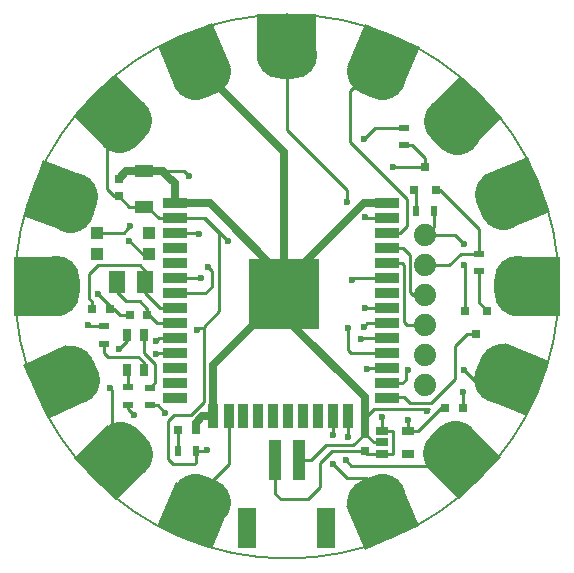
<source format=gbr>
G04 #@! TF.FileFunction,Copper,L1,Top,Signal*
%FSLAX46Y46*%
G04 Gerber Fmt 4.6, Leading zero omitted, Abs format (unit mm)*
G04 Created by KiCad (PCBNEW 4.0.4-stable) date 05/02/17 14:03:58*
%MOMM*%
%LPD*%
G01*
G04 APERTURE LIST*
%ADD10C,0.100000*%
%ADD11C,0.150000*%
%ADD12R,1.000760X1.000760*%
%ADD13C,0.800000*%
%ADD14R,2.000000X0.900000*%
%ADD15R,0.900000X2.000000*%
%ADD16R,6.000000X6.000000*%
%ADD17C,1.879600*%
%ADD18R,1.600000X1.000000*%
%ADD19R,0.750000X0.800000*%
%ADD20R,0.800000X0.750000*%
%ADD21R,0.797560X0.797560*%
%ADD22R,0.800100X0.800100*%
%ADD23R,0.900000X0.500000*%
%ADD24R,0.500000X0.900000*%
%ADD25R,1.060000X0.650000*%
%ADD26R,0.995680X3.497580*%
%ADD27R,0.998220X3.497580*%
%ADD28R,1.498600X3.398520*%
%ADD29R,1.498600X3.395980*%
%ADD30R,0.800000X1.000000*%
%ADD31R,1.400000X1.900000*%
%ADD32C,4.000000*%
%ADD33C,4.000000*%
%ADD34O,5.100000X4.000000*%
%ADD35O,4.000000X5.100000*%
%ADD36C,0.600000*%
%ADD37C,0.250000*%
%ADD38C,0.700000*%
G04 APERTURE END LIST*
D10*
D11*
X107358112Y-144526000D02*
G75*
G03X107358112Y-144526000I-23030112J0D01*
G01*
D12*
X68221500Y-140006500D03*
X72621500Y-141806500D03*
X68221500Y-141806500D03*
X72621500Y-140006500D03*
D13*
X81788000Y-147574000D03*
X86360000Y-147574000D03*
X85852000Y-145288000D03*
X84074000Y-143764000D03*
X86360000Y-143002000D03*
X84074000Y-145288000D03*
X82042000Y-145288000D03*
D14*
X74820000Y-137498000D03*
X74820000Y-138768000D03*
X74820000Y-140038000D03*
X74820000Y-141308000D03*
X74820000Y-142578000D03*
X74820000Y-143848000D03*
X74820000Y-145118000D03*
X74820000Y-146388000D03*
X74820000Y-147658000D03*
X74820000Y-148928000D03*
X74820000Y-150198000D03*
X74820000Y-151468000D03*
X74820000Y-152738000D03*
X74820000Y-154008000D03*
X92820000Y-137498000D03*
X92820000Y-154008000D03*
X92820000Y-152738000D03*
X92820000Y-151468000D03*
X92820000Y-150198000D03*
X92820000Y-148928000D03*
X92820000Y-147658000D03*
X92820000Y-146388000D03*
X92820000Y-145118000D03*
X92820000Y-143848000D03*
X92820000Y-142578000D03*
X92820000Y-141308000D03*
X92820000Y-140038000D03*
X92820000Y-138768000D03*
D15*
X78105000Y-155498000D03*
X79390000Y-155498000D03*
X80645000Y-155498000D03*
X81915000Y-155498000D03*
X83185000Y-155498000D03*
X84455000Y-155498000D03*
X85725000Y-155498000D03*
X86995000Y-155498000D03*
X88265000Y-155498000D03*
X89535000Y-155498000D03*
D16*
X84120000Y-145198000D03*
D13*
X81788000Y-143002000D03*
D17*
X96012000Y-152908000D03*
X96012000Y-150368000D03*
X96012000Y-147828000D03*
X96012000Y-145288000D03*
X96012000Y-142748000D03*
X96012000Y-140208000D03*
D18*
X72263000Y-137771000D03*
X72263000Y-134771000D03*
D19*
X70104000Y-136894000D03*
X70104000Y-135394000D03*
D20*
X67830000Y-146431000D03*
X69330000Y-146431000D03*
X72505000Y-146939000D03*
X71005000Y-146939000D03*
D19*
X90932000Y-158484000D03*
X90932000Y-156984000D03*
D20*
X97751200Y-154838400D03*
X99251200Y-154838400D03*
D21*
X75095100Y-156667200D03*
X76593700Y-156667200D03*
D22*
X95062000Y-136382760D03*
X96962000Y-136382760D03*
X96012000Y-134383780D03*
X101280000Y-146573240D03*
X99380000Y-146573240D03*
X100330000Y-148572220D03*
D23*
X94234000Y-131076000D03*
X94234000Y-132576000D03*
D24*
X75094400Y-158419800D03*
X76594400Y-158419800D03*
D23*
X70840600Y-154572400D03*
X70840600Y-153072400D03*
X68859400Y-147865400D03*
X68859400Y-149365400D03*
X72720200Y-154597800D03*
X72720200Y-153097800D03*
D24*
X95262000Y-138176000D03*
X96762000Y-138176000D03*
D23*
X100584000Y-143244000D03*
X100584000Y-141744000D03*
D25*
X92372000Y-156784000D03*
X92372000Y-157734000D03*
X92372000Y-158684000D03*
X94572000Y-158684000D03*
X94572000Y-156784000D03*
D26*
X83327240Y-159258000D03*
D27*
X85328760Y-159258000D03*
D28*
X80982820Y-165006020D03*
D29*
X87675720Y-165006020D03*
D30*
X70788500Y-148664000D03*
X70788500Y-151564000D03*
X72213500Y-148664000D03*
X72213500Y-151564000D03*
D31*
X72320000Y-144145000D03*
X69920000Y-144145000D03*
D10*
G36*
X69769948Y-126537624D02*
X72598376Y-129366052D01*
X69062842Y-132901586D01*
X66234414Y-130073158D01*
X69769948Y-126537624D01*
X69769948Y-126537624D01*
G37*
D32*
X70882934Y-130408328D02*
X70105116Y-131186146D01*
D33*
X69878843Y-130176396D03*
D10*
G36*
X102570376Y-130221948D02*
X99741948Y-133050376D01*
X96206414Y-129514842D01*
X99034842Y-126686414D01*
X102570376Y-130221948D01*
X102570376Y-130221948D01*
G37*
D32*
X98699672Y-131334934D02*
X97921854Y-130557116D01*
D33*
X98931604Y-130330843D03*
D10*
G36*
X95558916Y-124258572D02*
X93995992Y-127940592D01*
X89393468Y-125986936D01*
X90956392Y-122304916D01*
X95558916Y-124258572D01*
X95558916Y-124258572D01*
G37*
D32*
X92386995Y-126740505D02*
X91374439Y-126310701D01*
D33*
X92225899Y-125722645D03*
D10*
G36*
X98886052Y-162514376D02*
X96057624Y-159685948D01*
X99593158Y-156150414D01*
X102421586Y-158978842D01*
X98886052Y-162514376D01*
X98886052Y-162514376D01*
G37*
D32*
X97773066Y-158643672D02*
X98550884Y-157865854D01*
D33*
X98777157Y-158875604D03*
D10*
G36*
X86828000Y-121444000D02*
X86828000Y-125444000D01*
X81828000Y-125444000D01*
X81828000Y-121444000D01*
X86828000Y-121444000D01*
X86828000Y-121444000D01*
G37*
D34*
X84327999Y-124968000D03*
D33*
X84332000Y-124094000D03*
D10*
G36*
X106581734Y-138239241D02*
X102872999Y-139737668D01*
X100999966Y-135101749D01*
X104708701Y-133603322D01*
X106581734Y-138239241D01*
X106581734Y-138239241D01*
G37*
D32*
X102583855Y-137751346D02*
X102171787Y-136731444D01*
D33*
X103189679Y-136917698D03*
D10*
G36*
X107410000Y-147026000D02*
X103410000Y-147026000D01*
X103410000Y-142026000D01*
X107410000Y-142026000D01*
X107410000Y-147026000D01*
X107410000Y-147026000D01*
G37*
D35*
X103886000Y-144525999D03*
D33*
X104760000Y-144530000D03*
D10*
G36*
X61246000Y-142026000D02*
X65246000Y-142026000D01*
X65246000Y-147026000D01*
X61246000Y-147026000D01*
X61246000Y-142026000D01*
X61246000Y-142026000D01*
G37*
D35*
X64770000Y-144526001D03*
D33*
X63896000Y-144522000D03*
D10*
G36*
X63658792Y-133857410D02*
X67417563Y-135225491D01*
X65707462Y-139923954D01*
X61948691Y-138555873D01*
X63658792Y-133857410D01*
X63658792Y-133857410D01*
G37*
D32*
X66303329Y-136895091D02*
X65927107Y-137928753D01*
D33*
X65295295Y-137109236D03*
D10*
G36*
X104645001Y-155485668D02*
X100936266Y-153987241D01*
X102809299Y-149351322D01*
X106518034Y-150849749D01*
X104645001Y-155485668D01*
X104645001Y-155485668D01*
G37*
D32*
X102108088Y-152357545D02*
X102520156Y-151337643D01*
D33*
X103122982Y-152178710D03*
D10*
G36*
X90916008Y-166802592D02*
X89353084Y-163120572D01*
X93955608Y-161166916D01*
X95518532Y-164848936D01*
X90916008Y-166802592D01*
X90916008Y-166802592D01*
G37*
D32*
X91334057Y-162796807D02*
X92346613Y-162367003D01*
D33*
X92178151Y-163387989D03*
D10*
G36*
X73351084Y-164793428D02*
X74914008Y-161111408D01*
X79516532Y-163065064D01*
X77953608Y-166747084D01*
X73351084Y-164793428D01*
X73351084Y-164793428D01*
G37*
D32*
X76523005Y-162311495D02*
X77535561Y-162741299D01*
D33*
X76684101Y-163329355D03*
D10*
G36*
X66339624Y-159084052D02*
X69168052Y-156255624D01*
X72703586Y-159791158D01*
X69875158Y-162619586D01*
X66339624Y-159084052D01*
X66339624Y-159084052D01*
G37*
D32*
X70210328Y-157971066D02*
X70988146Y-158748884D01*
D33*
X69978396Y-158975157D03*
D10*
G36*
X62008184Y-151209669D02*
X65633415Y-149519196D01*
X67746506Y-154050735D01*
X64121275Y-155741208D01*
X62008184Y-151209669D01*
X62008184Y-151209669D01*
G37*
D32*
X66026119Y-151487664D02*
X66490999Y-152484602D01*
D33*
X65464755Y-152351875D03*
D10*
G36*
X77993992Y-122249408D02*
X79556916Y-125931428D01*
X74954392Y-127885084D01*
X73391468Y-124203064D01*
X77993992Y-122249408D01*
X77993992Y-122249408D01*
G37*
D32*
X77575943Y-126255193D02*
X76563387Y-126684997D01*
D33*
X76731849Y-125664011D03*
D36*
X71056500Y-139446000D03*
X76073000Y-135191500D03*
X68326000Y-145161000D03*
X96164400Y-155092400D03*
X99237800Y-153441400D03*
X79375000Y-140716000D03*
X90868500Y-132016500D03*
X76682600Y-148183600D03*
X70104000Y-149860000D03*
X77546200Y-158369000D03*
X94564200Y-155829000D03*
X92354400Y-155575000D03*
X70993000Y-140652500D03*
X76885800Y-140081000D03*
X93319600Y-134391400D03*
X99314000Y-140970000D03*
X99314000Y-142748000D03*
X89306400Y-159258000D03*
X89535000Y-157251400D03*
X99364800Y-151638000D03*
X94589600Y-151638000D03*
X90576400Y-148971000D03*
X71374000Y-155448000D03*
X89484200Y-148031200D03*
X67513200Y-147751800D03*
X91084400Y-151485600D03*
X74041000Y-155219400D03*
X77063600Y-143840200D03*
X77622400Y-142849600D03*
X69342000Y-153085800D03*
X73279000Y-149148800D03*
X73279000Y-150266400D03*
X90881200Y-147929600D03*
X90957400Y-146380200D03*
X89865200Y-143941800D03*
X89408000Y-137414000D03*
X90932000Y-138684000D03*
X88214200Y-159588200D03*
X88239600Y-157073600D03*
D37*
X68221500Y-140006500D02*
X70496000Y-140006500D01*
X70813500Y-139689000D02*
X71056500Y-139446000D01*
X76073000Y-135191500D02*
X75652500Y-134771000D01*
X75652500Y-134771000D02*
X72263000Y-134771000D01*
X70496000Y-140006500D02*
X70813500Y-139689000D01*
X69330000Y-146431000D02*
X69330000Y-146165000D01*
X69330000Y-146165000D02*
X68326000Y-145161000D01*
X71005000Y-146939000D02*
X70231000Y-146939000D01*
X70231000Y-146939000D02*
X69723000Y-146431000D01*
X69723000Y-146431000D02*
X69330000Y-146431000D01*
D38*
X72263000Y-134771000D02*
X70727000Y-134771000D01*
X70727000Y-134771000D02*
X70104000Y-135394000D01*
X72263000Y-134771000D02*
X73811000Y-134771000D01*
X74192000Y-135152000D02*
X74820000Y-135780000D01*
X74820000Y-135780000D02*
X74820000Y-137498000D01*
X73811000Y-134771000D02*
X74192000Y-135152000D01*
D37*
X91744800Y-154889200D02*
X90932000Y-155702000D01*
X96367600Y-154889200D02*
X91744800Y-154889200D01*
X96164400Y-155092400D02*
X96367600Y-154889200D01*
D38*
X76593700Y-156667200D02*
X76593700Y-156070300D01*
X77166000Y-155498000D02*
X78105000Y-155498000D01*
X76593700Y-156070300D02*
X77166000Y-155498000D01*
D37*
X99251200Y-154838400D02*
X99251200Y-153454800D01*
X99251200Y-153454800D02*
X99237800Y-153441400D01*
D38*
X90932000Y-156984000D02*
X90932000Y-155702000D01*
X90932000Y-155702000D02*
X90932000Y-153924000D01*
X90932000Y-153924000D02*
X84120000Y-147112000D01*
X84120000Y-147112000D02*
X84120000Y-145198000D01*
X76474192Y-125067246D02*
X76474192Y-125496192D01*
X76474192Y-125496192D02*
X84120000Y-133142000D01*
X74820000Y-137498000D02*
X77808000Y-137498000D01*
X77808000Y-137498000D02*
X84120000Y-143810000D01*
X84120000Y-143810000D02*
X84120000Y-145198000D01*
X92820000Y-137498000D02*
X90848000Y-137498000D01*
X90848000Y-137498000D02*
X84120000Y-144226000D01*
X84120000Y-144226000D02*
X84120000Y-145198000D01*
X78105000Y-155498000D02*
X78105000Y-151213000D01*
X78105000Y-151213000D02*
X84120000Y-145198000D01*
D37*
X85328760Y-159258000D02*
X86360000Y-159258000D01*
X89928000Y-157988000D02*
X90932000Y-156984000D01*
X87630000Y-157988000D02*
X89928000Y-157988000D01*
X86360000Y-159258000D02*
X87630000Y-157988000D01*
X90932000Y-156984000D02*
X90944000Y-156984000D01*
X90944000Y-156984000D02*
X91694000Y-157734000D01*
X91694000Y-157734000D02*
X92372000Y-157734000D01*
X78105000Y-155498000D02*
X78105000Y-156337000D01*
D38*
X84120000Y-133142000D02*
X84120000Y-145198000D01*
D37*
X77427000Y-138768000D02*
X74820000Y-138768000D01*
X79375000Y-140716000D02*
X77427000Y-138768000D01*
X94234000Y-131076000D02*
X91809000Y-131076000D01*
X91809000Y-131076000D02*
X90868500Y-132016500D01*
X70104000Y-136894000D02*
X69711000Y-136894000D01*
X69088000Y-136144000D02*
X69088000Y-130048000D01*
X69088000Y-136271000D02*
X69088000Y-136144000D01*
X69711000Y-136894000D02*
X69088000Y-136271000D01*
X74820000Y-138768000D02*
X73490000Y-138768000D01*
X73490000Y-138768000D02*
X72493000Y-137771000D01*
X72493000Y-137771000D02*
X72263000Y-137771000D01*
X72263000Y-137771000D02*
X70981000Y-137771000D01*
X70981000Y-137771000D02*
X70104000Y-136894000D01*
X77292200Y-148082000D02*
X76784200Y-148082000D01*
X76682600Y-148183600D02*
X76784200Y-148082000D01*
X70788500Y-149175500D02*
X70788500Y-148664000D01*
X70104000Y-149860000D02*
X70788500Y-149175500D01*
X94572000Y-156784000D02*
X94572000Y-155836800D01*
X77495400Y-158419800D02*
X76594400Y-158419800D01*
X77546200Y-158369000D02*
X77495400Y-158419800D01*
X94572000Y-155836800D02*
X94564200Y-155829000D01*
X74820000Y-138768000D02*
X77325400Y-138768000D01*
X77292200Y-147929600D02*
X77292200Y-148082000D01*
X78587600Y-146634200D02*
X77292200Y-147929600D01*
X78587600Y-140030200D02*
X78587600Y-146634200D01*
X77325400Y-138768000D02*
X78587600Y-140030200D01*
X77292200Y-148082000D02*
X77292200Y-154305000D01*
X77292200Y-154305000D02*
X76174600Y-155422600D01*
X76174600Y-155422600D02*
X74803000Y-155422600D01*
X74803000Y-155422600D02*
X74269600Y-155956000D01*
X74269600Y-155956000D02*
X74269600Y-159156400D01*
X74269600Y-159156400D02*
X74676000Y-159562800D01*
X74676000Y-159562800D02*
X76504800Y-159562800D01*
X76504800Y-159562800D02*
X76594400Y-159473200D01*
X76594400Y-159473200D02*
X76594400Y-158419800D01*
X70104000Y-136894000D02*
X69838000Y-136894000D01*
X69088000Y-130048000D02*
X69416395Y-129719605D01*
X97751200Y-154838400D02*
X97383600Y-154838400D01*
X97383600Y-154838400D02*
X95438000Y-156784000D01*
X95438000Y-156784000D02*
X94572000Y-156784000D01*
X92372000Y-156784000D02*
X92372000Y-155592600D01*
X92372000Y-155592600D02*
X92354400Y-155575000D01*
X92372000Y-158684000D02*
X91132000Y-158684000D01*
X91132000Y-158684000D02*
X90932000Y-158484000D01*
X92372000Y-156784000D02*
X93284000Y-156784000D01*
X93284000Y-158684000D02*
X92372000Y-158684000D01*
X93345000Y-158623000D02*
X93284000Y-158684000D01*
X93345000Y-156845000D02*
X93345000Y-158623000D01*
X93284000Y-156784000D02*
X93345000Y-156845000D01*
X90932000Y-158484000D02*
X88150000Y-158484000D01*
X83327240Y-162067240D02*
X83327240Y-159258000D01*
X83820000Y-162560000D02*
X83327240Y-162067240D01*
X86106000Y-162560000D02*
X83820000Y-162560000D01*
X87122000Y-161544000D02*
X86106000Y-162560000D01*
X87122000Y-159512000D02*
X87122000Y-161544000D01*
X88150000Y-158484000D02*
X87122000Y-159512000D01*
X75094400Y-158419800D02*
X75094400Y-156667900D01*
X75094400Y-156667900D02*
X75095100Y-156667200D01*
X70993000Y-140652500D02*
X72147000Y-141806500D01*
X72147000Y-141806500D02*
X72621500Y-141806500D01*
X96012000Y-134383780D02*
X96012000Y-133667500D01*
X94920500Y-132576000D02*
X94234000Y-132576000D01*
X96012000Y-133667500D02*
X94920500Y-132576000D01*
X96012000Y-134383780D02*
X93327220Y-134383780D01*
X76842800Y-140038000D02*
X74820000Y-140038000D01*
X76885800Y-140081000D02*
X76842800Y-140038000D01*
X93327220Y-134383780D02*
X93319600Y-134391400D01*
X100330000Y-148572220D02*
X99585780Y-148572220D01*
X94234000Y-153924000D02*
X92904000Y-153924000D01*
X94742000Y-154432000D02*
X94234000Y-153924000D01*
X96520000Y-154432000D02*
X94742000Y-154432000D01*
X98552000Y-152400000D02*
X96520000Y-154432000D01*
X98552000Y-149606000D02*
X98552000Y-152400000D01*
X99585780Y-148572220D02*
X98552000Y-149606000D01*
X92904000Y-153924000D02*
X92820000Y-154008000D01*
X96012000Y-147828000D02*
X94488000Y-147828000D01*
X94064000Y-142578000D02*
X92820000Y-142578000D01*
X94234000Y-142748000D02*
X94064000Y-142578000D01*
X94234000Y-147574000D02*
X94234000Y-142748000D01*
X94488000Y-147828000D02*
X94234000Y-147574000D01*
X96012000Y-145288000D02*
X95014202Y-145288000D01*
X94191000Y-141308000D02*
X92820000Y-141308000D01*
X94716600Y-141833600D02*
X94191000Y-141308000D01*
X94716600Y-144990398D02*
X94716600Y-141833600D01*
X95014202Y-145288000D02*
X94716600Y-144990398D01*
X96708000Y-136382760D02*
X97266760Y-136382760D01*
X100584000Y-139700000D02*
X100584000Y-141744000D01*
X97266760Y-136382760D02*
X100584000Y-139700000D01*
X100584000Y-141744000D02*
X99048000Y-141744000D01*
X98044000Y-142748000D02*
X96012000Y-142748000D01*
X99048000Y-141744000D02*
X98044000Y-142748000D01*
X96762000Y-138176000D02*
X96762000Y-139458000D01*
X96762000Y-139458000D02*
X96012000Y-140208000D01*
X99380000Y-146573240D02*
X99380000Y-142814000D01*
X98552000Y-140208000D02*
X96012000Y-140208000D01*
X99314000Y-140970000D02*
X98552000Y-140208000D01*
X99380000Y-142814000D02*
X99314000Y-142748000D01*
X95262000Y-138176000D02*
X95262000Y-136582760D01*
X95262000Y-136582760D02*
X95062000Y-136382760D01*
X100584000Y-143244000D02*
X100584000Y-145877240D01*
X100584000Y-145877240D02*
X101280000Y-146573240D01*
X70840600Y-153072400D02*
X70840600Y-151616100D01*
X70840600Y-151616100D02*
X70788500Y-151564000D01*
X68859400Y-149365400D02*
X68859400Y-150139400D01*
X68859400Y-150139400D02*
X69215000Y-150495000D01*
X69215000Y-150495000D02*
X71755000Y-150495000D01*
X71755000Y-150495000D02*
X72213500Y-150953500D01*
X72213500Y-150953500D02*
X72213500Y-151564000D01*
X72213500Y-148664000D02*
X72213500Y-150191500D01*
X72213500Y-150191500D02*
X72390000Y-150368000D01*
X72720200Y-153097800D02*
X72720200Y-153085800D01*
X72720200Y-153085800D02*
X73152000Y-152654000D01*
X73152000Y-152654000D02*
X73152000Y-151130000D01*
X73152000Y-151130000D02*
X72390000Y-150368000D01*
X74820000Y-146388000D02*
X73617000Y-146388000D01*
X73617000Y-146388000D02*
X72320000Y-145091000D01*
X72320000Y-145091000D02*
X72320000Y-144145000D01*
X67830000Y-146431000D02*
X67830000Y-145808000D01*
X67564000Y-143510000D02*
X67830000Y-143244000D01*
X67564000Y-145542000D02*
X67564000Y-143510000D01*
X67830000Y-145808000D02*
X67564000Y-145542000D01*
X72320000Y-143186000D02*
X72320000Y-144145000D01*
X71882000Y-142748000D02*
X72320000Y-143186000D01*
X68326000Y-142748000D02*
X71882000Y-142748000D01*
X67830000Y-143244000D02*
X68326000Y-142748000D01*
X72505000Y-146939000D02*
X72505000Y-146419000D01*
X70739000Y-145796000D02*
X69920000Y-144977000D01*
X71882000Y-145796000D02*
X70739000Y-145796000D01*
X72505000Y-146419000D02*
X71882000Y-145796000D01*
X69920000Y-144977000D02*
X69920000Y-144145000D01*
X74820000Y-147658000D02*
X73363000Y-147658000D01*
X73363000Y-147658000D02*
X72644000Y-146939000D01*
X72644000Y-146939000D02*
X72505000Y-146939000D01*
X69469000Y-144627600D02*
X69469000Y-144514000D01*
X79390000Y-155498000D02*
X79390000Y-159573200D01*
X79390000Y-159573200D02*
X77029282Y-161933918D01*
X77029282Y-161933918D02*
X77029282Y-162526396D01*
X77029282Y-162526396D02*
X76433808Y-163929246D01*
X89535000Y-155498000D02*
X89535000Y-157251400D01*
X89763600Y-159715200D02*
X98856800Y-159715200D01*
X89306400Y-159258000D02*
X89763600Y-159715200D01*
X98856800Y-159715200D02*
X99239605Y-159332395D01*
X103727150Y-152418495D02*
X100145295Y-152418495D01*
X100145295Y-152418495D02*
X99364800Y-151638000D01*
X94589600Y-151638000D02*
X94411800Y-151815800D01*
X94411800Y-151815800D02*
X94411800Y-152425400D01*
X94411800Y-152425400D02*
X94099200Y-152738000D01*
X94099200Y-152738000D02*
X92820000Y-152738000D01*
X70840600Y-154572400D02*
X70840600Y-154914600D01*
X90619400Y-148928000D02*
X92820000Y-148928000D01*
X90576400Y-148971000D02*
X90619400Y-148928000D01*
X70840600Y-154914600D02*
X71374000Y-155448000D01*
X68859400Y-147865400D02*
X67626800Y-147865400D01*
X89746000Y-150198000D02*
X92820000Y-150198000D01*
X89484200Y-149936200D02*
X89746000Y-150198000D01*
X89484200Y-148031200D02*
X89484200Y-149936200D01*
X67626800Y-147865400D02*
X67513200Y-147751800D01*
X72720200Y-154597800D02*
X73419400Y-154597800D01*
X91102000Y-151468000D02*
X92820000Y-151468000D01*
X91084400Y-151485600D02*
X91102000Y-151468000D01*
X73419400Y-154597800D02*
X74041000Y-155219400D01*
X77055800Y-143848000D02*
X74820000Y-143848000D01*
X77063600Y-143840200D02*
X77055800Y-143848000D01*
X77622400Y-142849600D02*
X78003400Y-143230600D01*
X78003400Y-143230600D02*
X78003400Y-144551400D01*
X78003400Y-144551400D02*
X77436800Y-145118000D01*
X77436800Y-145118000D02*
X74820000Y-145118000D01*
X74820000Y-148928000D02*
X73499800Y-148928000D01*
X69521605Y-153265405D02*
X69521605Y-159437605D01*
X69342000Y-153085800D02*
X69521605Y-153265405D01*
X73499800Y-148928000D02*
X73279000Y-149148800D01*
X70599236Y-158359974D02*
X69521605Y-159437605D01*
X74820000Y-150198000D02*
X73322000Y-150198000D01*
X73279000Y-150241000D02*
X73279000Y-150266400D01*
X73322000Y-150198000D02*
X73279000Y-150241000D01*
X66258558Y-151986132D02*
X64877345Y-152630202D01*
X74084000Y-151468000D02*
X74820000Y-151468000D01*
X74820000Y-154008000D02*
X74820000Y-154139210D01*
X90881200Y-147929600D02*
X91152800Y-147658000D01*
X91152800Y-147658000D02*
X92820000Y-147658000D01*
X90965200Y-146388000D02*
X92820000Y-146388000D01*
X90957400Y-146380200D02*
X90965200Y-146388000D01*
X89959000Y-143848000D02*
X92820000Y-143848000D01*
X89865200Y-143941800D02*
X89959000Y-143848000D01*
X92820000Y-140038000D02*
X93896000Y-140038000D01*
X89662000Y-127936946D02*
X92476192Y-125122754D01*
X89662000Y-132334000D02*
X89662000Y-127936946D01*
X93980000Y-136652000D02*
X89662000Y-132334000D01*
X94488000Y-137160000D02*
X93980000Y-136652000D01*
X94488000Y-139446000D02*
X94488000Y-137160000D01*
X93896000Y-140038000D02*
X94488000Y-139446000D01*
X84328000Y-123444000D02*
X84328000Y-131318000D01*
X84328000Y-131318000D02*
X89408000Y-136398000D01*
X89408000Y-136398000D02*
X89408000Y-137414000D01*
X91016000Y-138768000D02*
X92820000Y-138768000D01*
X90932000Y-138684000D02*
X91016000Y-138768000D01*
X92435808Y-163984754D02*
X92435808Y-162209608D01*
X92435808Y-162209608D02*
X91008200Y-160782000D01*
X91008200Y-160782000D02*
X89408000Y-160782000D01*
X89408000Y-160782000D02*
X88214200Y-159588200D01*
X88239600Y-157073600D02*
X88265000Y-157048200D01*
X88265000Y-157048200D02*
X88265000Y-155498000D01*
M02*

</source>
